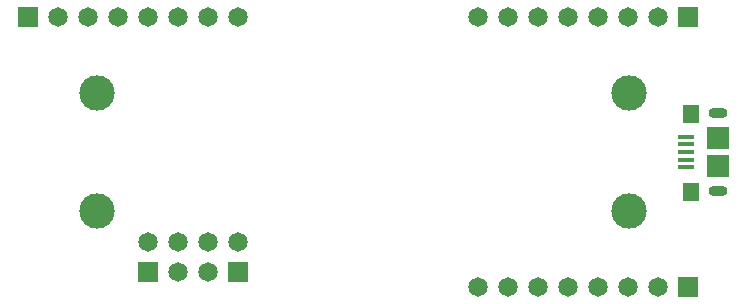
<source format=gbr>
%TF.GenerationSoftware,KiCad,Pcbnew,(5.1.7)-1*%
%TF.CreationDate,2020-12-19T10:57:03+09:00*%
%TF.ProjectId,pcbkicad,7063626b-6963-4616-942e-6b696361645f,rev?*%
%TF.SameCoordinates,Original*%
%TF.FileFunction,Soldermask,Top*%
%TF.FilePolarity,Negative*%
%FSLAX46Y46*%
G04 Gerber Fmt 4.6, Leading zero omitted, Abs format (unit mm)*
G04 Created by KiCad (PCBNEW (5.1.7)-1) date 2020-12-19 10:57:03*
%MOMM*%
%LPD*%
G01*
G04 APERTURE LIST*
%ADD10C,3.000000*%
%ADD11R,1.400000X1.600000*%
%ADD12O,1.600000X0.900000*%
%ADD13R,1.900000X1.900000*%
%ADD14R,1.350000X0.400000*%
%ADD15R,1.651000X1.651000*%
%ADD16C,1.651000*%
G04 APERTURE END LIST*
D10*
%TO.C,REF4*%
X137242000Y-95190500D03*
%TD*%
%TO.C,REF1*%
X137242000Y-85190500D03*
%TD*%
%TO.C,REF2*%
X92241500Y-85190500D03*
%TD*%
%TO.C,REF3*%
X92241500Y-95190500D03*
%TD*%
D11*
%TO.C,USB1*%
X142526080Y-86970000D03*
D12*
X144780000Y-86870000D03*
D13*
X144780000Y-88970000D03*
X144780000Y-91370000D03*
D12*
X144780000Y-93470000D03*
D11*
X142526080Y-93570000D03*
D14*
X142105000Y-88872060D03*
X142105000Y-89522300D03*
X142105000Y-90170000D03*
X142105000Y-90817700D03*
X142105000Y-91467940D03*
%TD*%
D15*
%TO.C,J1*%
X104140000Y-100330000D03*
D16*
X101600000Y-100330000D03*
X99060000Y-100330000D03*
D15*
X96520000Y-100330000D03*
D16*
X96520000Y-97790000D03*
X99060000Y-97790000D03*
X101600000Y-97790000D03*
X104140000Y-97790000D03*
%TD*%
%TO.C,CN3*%
X124460000Y-101600000D03*
X127000000Y-101600000D03*
X129540000Y-101600000D03*
X132080000Y-101600000D03*
X134620000Y-101600000D03*
X137160000Y-101600000D03*
X139700000Y-101600000D03*
D15*
X142240000Y-101600000D03*
%TD*%
%TO.C,CN1*%
X142240000Y-78740000D03*
D16*
X139700000Y-78740000D03*
X137160000Y-78740000D03*
X134620000Y-78740000D03*
X132080000Y-78740000D03*
X129540000Y-78740000D03*
X127000000Y-78740000D03*
X124460000Y-78740000D03*
%TD*%
D15*
%TO.C,CN2*%
X86360000Y-78740000D03*
D16*
X88900000Y-78740000D03*
X91440000Y-78740000D03*
X93980000Y-78740000D03*
X96520000Y-78740000D03*
X99060000Y-78740000D03*
X101600000Y-78740000D03*
X104140000Y-78740000D03*
%TD*%
M02*

</source>
